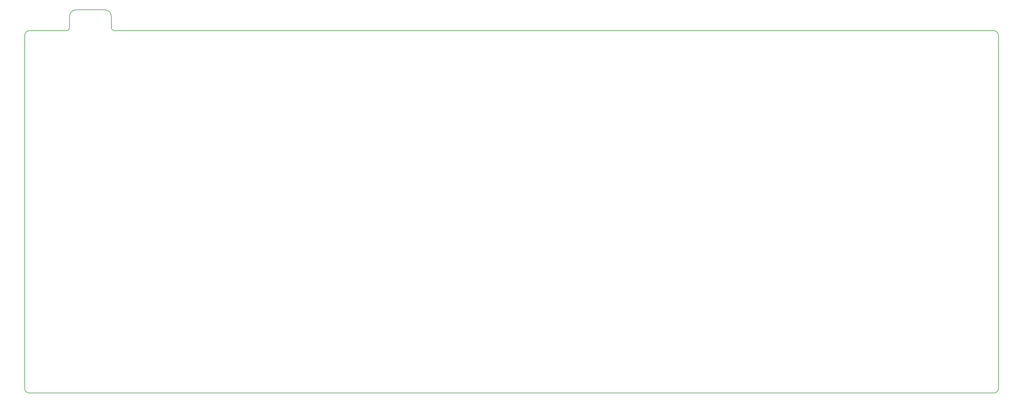
<source format=gm1>
%TF.GenerationSoftware,KiCad,Pcbnew,(5.1.8)-1*%
%TF.CreationDate,2021-02-05T17:02:16+01:00*%
%TF.ProjectId,Space Cowboy - A Jupiter75 Replacement PCB,53706163-6520-4436-9f77-626f79202d20,rev?*%
%TF.SameCoordinates,Original*%
%TF.FileFunction,Profile,NP*%
%FSLAX46Y46*%
G04 Gerber Fmt 4.6, Leading zero omitted, Abs format (unit mm)*
G04 Created by KiCad (PCBNEW (5.1.8)-1) date 2021-02-05 17:02:16*
%MOMM*%
%LPD*%
G01*
G04 APERTURE LIST*
%TA.AperFunction,Profile*%
%ADD10C,0.200000*%
%TD*%
G04 APERTURE END LIST*
D10*
X60055200Y-43755200D02*
G75*
G02*
X62055200Y-41755200I2000000J0D01*
G01*
X74055200Y-48255200D02*
G75*
G02*
X73055200Y-47255200I0J1000000D01*
G01*
X71055200Y-41755200D02*
G75*
G02*
X73055200Y-43755200I0J-2000000D01*
G01*
X46055200Y-49755200D02*
G75*
G02*
X47555200Y-48255200I1500000J0D01*
G01*
X60055200Y-47255200D02*
G75*
G02*
X59055200Y-48255200I-1000000J0D01*
G01*
X349555200Y-49755200D02*
X349555200Y-159755200D01*
X348055200Y-48255200D02*
G75*
G02*
X349555200Y-49755200I0J-1500000D01*
G01*
X74055200Y-48255200D02*
X348055200Y-48255200D01*
X62055200Y-41755200D02*
X71055200Y-41755200D01*
X47555200Y-161255200D02*
G75*
G02*
X46055200Y-159755200I0J1500000D01*
G01*
X349555200Y-159755200D02*
G75*
G02*
X348055200Y-161255200I-1500000J0D01*
G01*
X47555200Y-48255200D02*
X59055200Y-48255200D01*
X73055200Y-43755199D02*
X73055200Y-47255200D01*
X47555200Y-161255200D02*
X348055200Y-161255200D01*
X46055200Y-49755200D02*
X46055200Y-159755200D01*
X60055200Y-47255200D02*
X60055200Y-43755200D01*
M02*

</source>
